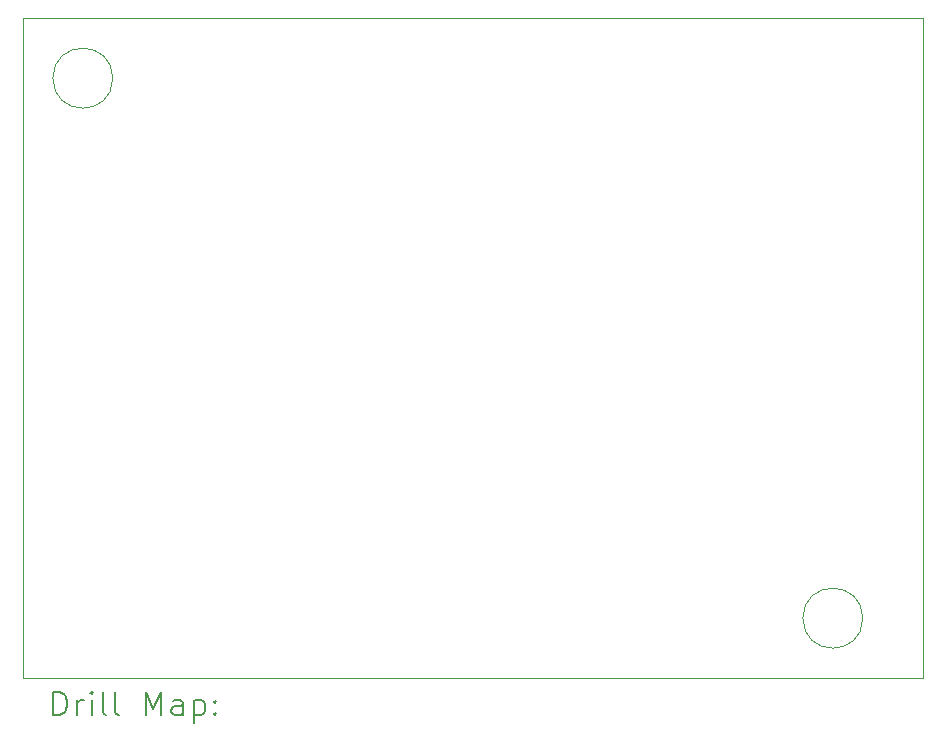
<source format=gbr>
%TF.GenerationSoftware,KiCad,Pcbnew,8.0.6*%
%TF.CreationDate,2024-12-10T23:45:21+05:30*%
%TF.ProjectId,PLL_type_2,504c4c5f-7479-4706-955f-322e6b696361,rev?*%
%TF.SameCoordinates,Original*%
%TF.FileFunction,Drillmap*%
%TF.FilePolarity,Positive*%
%FSLAX45Y45*%
G04 Gerber Fmt 4.5, Leading zero omitted, Abs format (unit mm)*
G04 Created by KiCad (PCBNEW 8.0.6) date 2024-12-10 23:45:21*
%MOMM*%
%LPD*%
G01*
G04 APERTURE LIST*
%ADD10C,0.050000*%
%ADD11C,0.200000*%
G04 APERTURE END LIST*
D10*
X17272000Y-11430000D02*
G75*
G02*
X16764000Y-11430000I-254000J0D01*
G01*
X16764000Y-11430000D02*
G75*
G02*
X17272000Y-11430000I254000J0D01*
G01*
X10922000Y-6858000D02*
G75*
G02*
X10414000Y-6858000I-254000J0D01*
G01*
X10414000Y-6858000D02*
G75*
G02*
X10922000Y-6858000I254000J0D01*
G01*
X17780000Y-6350000D02*
X17780000Y-11938000D01*
X17780000Y-11938000D02*
X10160000Y-11938000D01*
X10160000Y-6350000D02*
X10414000Y-6350000D01*
X10160000Y-11938000D02*
X10160000Y-6350000D01*
X10414000Y-6350000D02*
X17780000Y-6350000D01*
D11*
X10418277Y-12251984D02*
X10418277Y-12051984D01*
X10418277Y-12051984D02*
X10465896Y-12051984D01*
X10465896Y-12051984D02*
X10494467Y-12061508D01*
X10494467Y-12061508D02*
X10513515Y-12080555D01*
X10513515Y-12080555D02*
X10523039Y-12099603D01*
X10523039Y-12099603D02*
X10532563Y-12137698D01*
X10532563Y-12137698D02*
X10532563Y-12166269D01*
X10532563Y-12166269D02*
X10523039Y-12204365D01*
X10523039Y-12204365D02*
X10513515Y-12223412D01*
X10513515Y-12223412D02*
X10494467Y-12242460D01*
X10494467Y-12242460D02*
X10465896Y-12251984D01*
X10465896Y-12251984D02*
X10418277Y-12251984D01*
X10618277Y-12251984D02*
X10618277Y-12118650D01*
X10618277Y-12156746D02*
X10627801Y-12137698D01*
X10627801Y-12137698D02*
X10637324Y-12128174D01*
X10637324Y-12128174D02*
X10656372Y-12118650D01*
X10656372Y-12118650D02*
X10675420Y-12118650D01*
X10742086Y-12251984D02*
X10742086Y-12118650D01*
X10742086Y-12051984D02*
X10732563Y-12061508D01*
X10732563Y-12061508D02*
X10742086Y-12071031D01*
X10742086Y-12071031D02*
X10751610Y-12061508D01*
X10751610Y-12061508D02*
X10742086Y-12051984D01*
X10742086Y-12051984D02*
X10742086Y-12071031D01*
X10865896Y-12251984D02*
X10846848Y-12242460D01*
X10846848Y-12242460D02*
X10837324Y-12223412D01*
X10837324Y-12223412D02*
X10837324Y-12051984D01*
X10970658Y-12251984D02*
X10951610Y-12242460D01*
X10951610Y-12242460D02*
X10942086Y-12223412D01*
X10942086Y-12223412D02*
X10942086Y-12051984D01*
X11199229Y-12251984D02*
X11199229Y-12051984D01*
X11199229Y-12051984D02*
X11265896Y-12194841D01*
X11265896Y-12194841D02*
X11332562Y-12051984D01*
X11332562Y-12051984D02*
X11332562Y-12251984D01*
X11513515Y-12251984D02*
X11513515Y-12147222D01*
X11513515Y-12147222D02*
X11503991Y-12128174D01*
X11503991Y-12128174D02*
X11484943Y-12118650D01*
X11484943Y-12118650D02*
X11446848Y-12118650D01*
X11446848Y-12118650D02*
X11427801Y-12128174D01*
X11513515Y-12242460D02*
X11494467Y-12251984D01*
X11494467Y-12251984D02*
X11446848Y-12251984D01*
X11446848Y-12251984D02*
X11427801Y-12242460D01*
X11427801Y-12242460D02*
X11418277Y-12223412D01*
X11418277Y-12223412D02*
X11418277Y-12204365D01*
X11418277Y-12204365D02*
X11427801Y-12185317D01*
X11427801Y-12185317D02*
X11446848Y-12175793D01*
X11446848Y-12175793D02*
X11494467Y-12175793D01*
X11494467Y-12175793D02*
X11513515Y-12166269D01*
X11608753Y-12118650D02*
X11608753Y-12318650D01*
X11608753Y-12128174D02*
X11627801Y-12118650D01*
X11627801Y-12118650D02*
X11665896Y-12118650D01*
X11665896Y-12118650D02*
X11684943Y-12128174D01*
X11684943Y-12128174D02*
X11694467Y-12137698D01*
X11694467Y-12137698D02*
X11703991Y-12156746D01*
X11703991Y-12156746D02*
X11703991Y-12213888D01*
X11703991Y-12213888D02*
X11694467Y-12232936D01*
X11694467Y-12232936D02*
X11684943Y-12242460D01*
X11684943Y-12242460D02*
X11665896Y-12251984D01*
X11665896Y-12251984D02*
X11627801Y-12251984D01*
X11627801Y-12251984D02*
X11608753Y-12242460D01*
X11789705Y-12232936D02*
X11799229Y-12242460D01*
X11799229Y-12242460D02*
X11789705Y-12251984D01*
X11789705Y-12251984D02*
X11780182Y-12242460D01*
X11780182Y-12242460D02*
X11789705Y-12232936D01*
X11789705Y-12232936D02*
X11789705Y-12251984D01*
X11789705Y-12128174D02*
X11799229Y-12137698D01*
X11799229Y-12137698D02*
X11789705Y-12147222D01*
X11789705Y-12147222D02*
X11780182Y-12137698D01*
X11780182Y-12137698D02*
X11789705Y-12128174D01*
X11789705Y-12128174D02*
X11789705Y-12147222D01*
M02*

</source>
